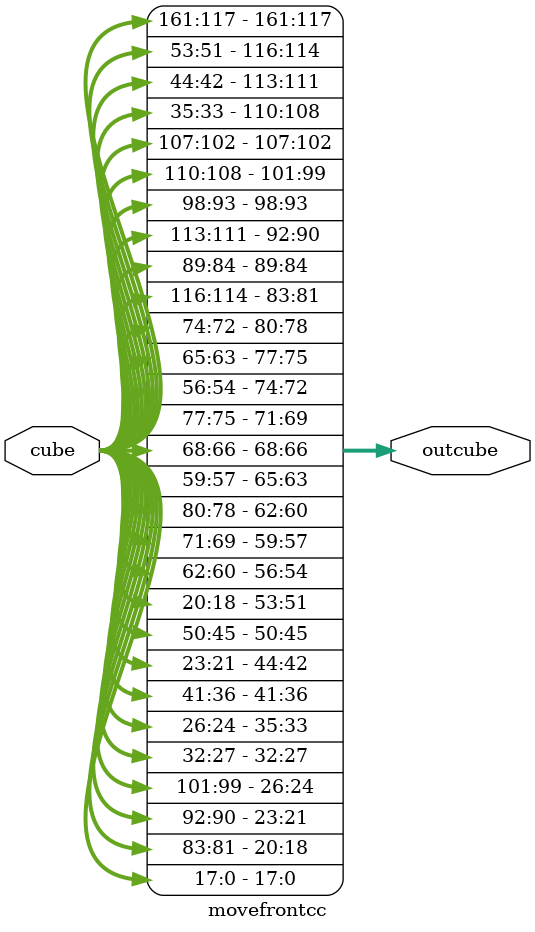
<source format=v>
/*module rubikscube(SW,KEY,CLOCK_50,cubestate,modifiedcube);
input [3:0]SW;
input CLOCK_50;
input [1:0]KEY;
wire [161:0] cubestate;
wire [161:0] modifiedcube;

registercube rc1(cubestate,modifiedcube,CLOCK_50,KEY[0]);
controller c1(cubestate,modifiedcube,KEY[1],SW[3:0]);

endmodule*/

module registercube(q,d,clock,enable,reset);
	input [161:0]d;
	input clock,reset,enable;
	output reg [161:0]q;
	always@(posedge clock)
		begin
		if(reset==1)
			begin
			q[26:0]<= 27'b110110110110110110110110110;
			q[53:27]<= 27'b101101101101101101101101101;
			q[80:54]<= 27'b001001001001001001001001001;
			q[107:81]<= 27'b100100100100100100100100100;
			q[134:108]<= 27'b111111111111111111111111111;
			q[161:135]<= 27'b010010010010010010010010010;
			end
		else if(enable==1)
			q<=d;
		end
endmodule
	
module controller(cube,cubeout,domove,typeofmove);
	input [161:0]cube;
	output reg [161:0]cubeout;
	input domove;
	input [3:0]typeofmove;
	wire [161:0]topc,topcc,botc,botcc,leftc,leftcc,rightc,rightcc,backc,backcc,frontc,frontcc;
	
	//CHRIS
	movetopc m0(cube,topc);
	movetopcc m1(cube,topcc);
	movebotc m2(cube,botc);
	movebotcc m3(cube,botcc);
	moveleftc m4(cube,leftc);
	moveleftcc m5(cube,leftcc);
	//RAYAN
	moverightc m6(cube,rightc);
	moverightcc m7(cube,rightcc);
	movebackc m8(cube,backc);
	movebackcc m9(cube,backcc);
	movefrontc m10(cube,frontc);
	movefrontcc m11(cube,frontcc);
	
	always@(posedge domove)
	case(typeofmove)
	4'b0001:cubeout=topc;
	4'b0010:cubeout=topcc;
	4'b0011:cubeout=botc;
	4'b0100:cubeout=botcc;
	4'b0101:cubeout=leftc;
	4'b0110:cubeout=leftcc;
	4'b0111:cubeout=rightc;
	4'b1000:cubeout=rightcc;
	4'b1001:cubeout=backc;
	4'b1010:cubeout=backcc;
	4'b1011:cubeout=frontc;
	4'b1100:cubeout=frontcc;
	default:cubeout=cube;
	endcase
endmodule

//////////////////////////////////////////////////////////////////////
module movetopc(cube,topc);
input [161:0]cube;
output reg [161:0]topc;

always@(cube)
begin
	//top face
	topc[2:0]<=cube[20:18];
	topc[5:3]<=cube[11:9];
	topc[8:6]<=cube[2:0];
	topc[11:9]<=cube[23:21];
	topc[14:12]<=cube[14:12];
	topc[17:15]<=cube[5:3];
	topc[20:18]<=cube[26:24];
	topc[23:21]<=cube[17:15];
	topc[26:24]<=cube[8:6];

	//top row
	topc[35:27]<=cube[62:54];
	topc[62:54]<=cube[89:81];
	//topc[89:81]<=cube[143:135];
	topc[83:81]<=cube[161:159];
	topc[86:84]<=cube[158:156];
	topc[89:87]<=cube[155:153];
	//topc[143:135]<=cube[35:27];
	topc[161:159]<=cube[29:27];
	topc[158:156]<=cube[32:30];
	topc[155:153]<=cube[35:33];

	//rest of cube the same
	topc[53:36]<=cube[53:36];
	topc[80:63]<=cube[80:63];
	topc[107:90]<=cube[107:90];
	topc[134:108]<=cube[134:108];
	//topc[161:144]<=cube[161:144];
	topc[152:135]<=cube[152:135];
end
endmodule

/////////////////////////////////////////////////////////////////////////////
module movetopcc(cube,topcc);
input [161:0]cube;
output reg [161:0]topcc;

always@(cube)
begin
	//top face
	topcc[2:0]<=cube[8:6];
	topcc[5:3]<=cube[17:15];
	topcc[8:6]<=cube[26:24];
	topcc[11:9]<=cube[5:3];
	topcc[14:12]<=cube[14:12];
	topcc[17:15]<=cube[23:21];
	topcc[20:18]<=cube[2:0];
	topcc[23:21]<=cube[11:9];
	topcc[26:24]<=cube[20:18];

	//top row
	topcc[62:54]<=cube[35:27];
	topcc[89:81]<=cube[62:54];
	//topcc[62:54]<=cube[35:27];
	topcc[29:27]<=cube[161:159];
	topcc[32:30]<=cube[158:156];
	topcc[35:33]<=cube[155:153];
	//topcc[143:135]<=cube[89:81];
	topcc[161:159]<=cube[83:81];
	topcc[158:156]<=cube[86:84];
	topcc[155:153]<=cube[89:87];

	//rest of cube the same
	topcc[53:36]<=cube[53:36];
	topcc[80:63]<=cube[80:63];
	topcc[107:90]<=cube[107:90];
	topcc[134:108]<=cube[134:108];
	//topcc[161:144]<=cube[161:144];
	topcc[152:135]<=cube[152:135];
end
endmodule

/////////////////////////////////////////////////////////////////////////////
module movebotc(cube,botc);
input [161:0]cube;
output reg [161:0]botc;

always@(cube)
begin
	//bottom face
	botc[110:108]<=cube[128:126];
	botc[113:111]<=cube[119:117];
	botc[116:114]<=cube[110:108];
	botc[119:117]<=cube[131:129];
	botc[122:120]<=cube[122:120];
	botc[125:123]<=cube[113:111];
	botc[128:126]<=cube[134:132];
	botc[131:129]<=cube[125:123];
	botc[134:132]<=cube[116:114];

	//bottom row
	//botc[53:45]<=cube[143:137];
	botc[47:45]<=cube[143:141];
	botc[50:48]<=cube[140:138];
	botc[53:51]<=cube[137:135];
	botc[80:72]<=cube[53:45];
	botc[107:99]<=cube[80:72];
	//botc[101:99]<=cube[143:141];
	//botc[104:102]<=cube[140:138];
	//botc[107:105]<=cube[137:135];
	//botc[161:153]<=cube[107:99];
	botc[143:141]<=cube[101:99];
	botc[140:138]<=cube[104:102];
	botc[137:135]<=cube[107:105];

	//rest of cube the same
	botc[26:0]<=cube[26:0];
	botc[44:27]<=cube[44:27];
	botc[71:54]<=cube[71:54];
	botc[98:81]<=cube[98:81];
	//botc[152:135]<=cube[152:135];
   botc[161:144]<=cube[161:144];	
end
endmodule

///////////////////////////////////////////////////////////////////////////

module movebotcc(cube,botcc);
input [161:0]cube;
output reg [161:0]botcc;

always@(cube)
begin
	//bottom face
	botcc[110:108]<=cube[116:114];
	botcc[113:111]<=cube[125:123];
	botcc[116:114]<=cube[134:132];
	botcc[119:117]<=cube[113:111];
	botcc[122:120]<=cube[122:120];
	botcc[125:123]<=cube[131:129];
	botcc[128:126]<=cube[110:108];
	botcc[131:129]<=cube[119:117];
	botcc[134:132]<=cube[128:126];

	//bottom row
	botcc[53:45]<=cube[80:72];
	botcc[80:72]<=cube[107:99];
	//botcc[107:99]<=cube[161:153];
	botcc[101:99]<=cube[143:141];
	botcc[104:102]<=cube[140:138];
	botcc[107:105]<=cube[137:135];
	//botcc[161:153]<=cube[53:45];
	botcc[143:141]<=cube[47:45];
	botcc[140:138]<=cube[50:48];
	botcc[137:135]<=cube[53:51];	

	//rest of cube the same
	botcc[26:0]<=cube[26:0];
	botcc[44:27]<=cube[44:27];
	botcc[71:54]<=cube[71:54];
	botcc[98:81]<=cube[98:81];
	//botcc[152:135]<=cube[152:135];
	botcc[161:144]<=cube[161:144];	
end
endmodule
///////////////////////////////////////////////////////////////////////////
module moveleftc(cube,leftc);
input [161:0]cube;
output reg [161:0]leftc;

always@(cube)
begin
	//left face
	leftc[29:27]<=cube[47:45];
	leftc[32:30]<=cube[38:36];
	leftc[35:33]<=cube[29:27];
	leftc[38:36]<=cube[50:48];
	leftc[41:39]<=cube[41:39];
	leftc[44:42]<=cube[32:30];
	leftc[47:45]<=cube[53:51];
	leftc[50:48]<=cube[44:42];
	leftc[53:51]<=cube[35:33];

	//left collumn
	leftc[2:0]<=cube[137:135];
	leftc[11:9]<=cube[146:144];
	leftc[20:18]<=cube[155:153];
	leftc[56:54]<=cube[2:0];
	leftc[65:63]<=cube[11:9];
	leftc[74:72]<=cube[20:18];
	leftc[110:108]<=cube[56:54];
	leftc[119:117]<=cube[65:63];
	leftc[128:126]<=cube[74:72];
	leftc[137:135]<=cube[110:108];
	leftc[146:144]<=cube[119:117];
	leftc[155:153]<=cube[128:126];

	//rest of cube the same
	leftc[8:3]<=cube[8:3];
	leftc[17:12]<=cube[17:12];
	leftc[26:21]<=cube[26:21];
	leftc[62:57]<=cube[62:57];
	leftc[71:66]<=cube[71:66];
	leftc[80:75]<=cube[80:75];
	leftc[116:111]<=cube[116:111];
	leftc[125:120]<=cube[125:120];
	leftc[134:129]<=cube[134:129];
	leftc[143:138]<=cube[143:138];
	leftc[152:147]<=cube[152:147];
	leftc[161:156]<=cube[161:156];
	leftc[107:81]<=cube[107:81];
end
endmodule

///////////////////////////////////////////////////////////////////////
module moveleftcc(cube,leftcc);
input [161:0]cube;
output reg [161:0]leftcc;

always@(cube)
begin
	//left face
	leftcc[29:27]<=cube[35:33];
	leftcc[32:30]<=cube[44:42];
	leftcc[35:33]<=cube[53:51];
	leftcc[38:36]<=cube[32:30];
	leftcc[41:39]<=cube[41:39];
	leftcc[44:42]<=cube[50:48];
	leftcc[47:45]<=cube[29:27];
	leftcc[50:48]<=cube[38:36];
	leftcc[53:51]<=cube[47:45];

	//left collumn
	leftcc[2:0]<=cube[56:54];
	leftcc[11:9]<=cube[65:63];
	leftcc[20:18]<=cube[74:72];
	leftcc[56:54]<=cube[110:108];
	leftcc[65:63]<=cube[119:117];
	leftcc[74:72]<=cube[128:126];
	leftcc[110:108]<=cube[137:135];
	leftcc[119:117]<=cube[146:144];
	leftcc[128:126]<=cube[155:153];
	leftcc[137:135]<=cube[2:0];
	leftcc[146:144]<=cube[11:9];
	leftcc[155:153]<=cube[20:18];

	//rest of cube the same
	leftcc[8:3]<=cube[8:3];
	leftcc[17:12]<=cube[17:12];
	leftcc[26:21]<=cube[26:21];
	leftcc[62:57]<=cube[62:57];
	leftcc[71:66]<=cube[71:66];
	leftcc[80:75]<=cube[80:75];
	leftcc[116:111]<=cube[116:111];
	leftcc[125:120]<=cube[125:120];
	leftcc[134:129]<=cube[134:129];
	leftcc[143:138]<=cube[143:138];
	leftcc[152:147]<=cube[152:147];
	leftcc[161:156]<=cube[161:156];
	leftcc[107:81]<=cube[107:81];
end
endmodule

//RAYAN 

//RIGHT COUNTER CLOCKWISE
module moverightcc(cube, outcube);
	input [161:0] cube;
	output reg [161:0] outcube;
	always@(cube)
	begin
		//STUFF THAT STAYS THE SAME
		//Top
		outcube [5:0] <= cube[5:0];
		outcube [14:9] <= cube[14:9];
		outcube [23:18] <= cube[23:18];
		//Front
		outcube [59:54] <= cube[59:54];
		outcube [68:63] <= cube[68:63];
		outcube [77:72] <= cube[77:72] ;
		//Bot
		outcube [113:108] <= cube[113:108];
		outcube [122:117] <= cube[122:117];
		outcube [131:126] <= cube[131:126];
		//back
		outcube [140:135] <= cube[140:135];
		outcube [149:144] <= cube[149:144];
		outcube [158:153] <= cube[158:153];
		//Left
		outcube [53:27] <= cube[53:27];
		//MIDDLE BIT OF RIGHTFACE
		outcube [95:93] <= cube[95:93];
		
		//Stuff that Changes
		//EDGE
		//top -> front
		outcube[62:60] <= cube[8:6];
		outcube[71:69] <= cube[17:15];
		outcube[80:78] <= cube[26:24];
		//front -> bot
		outcube[116:114] <= cube[62:60];
		outcube[125:123] <= cube[71:69];
		outcube[134:132] <= cube[80:78];
		//bot -> back
		outcube[143:141] <= cube[116:114];
		outcube[152:150] <= cube[125:123];
		outcube[161:159] <= cube[134:132];
		//back -> top
		outcube[8:6] <= cube[143:141];
		outcube[17:15] <= cube[152:150];
		outcube[26:24] <= cube[161:159];
		
		//FACE:RIGHT
		//107 - 81
		outcube[107:105] <= cube[101:99];
		outcube[104:102] <= cube[92:90];
		outcube[101:99] <= cube[83:81];
		outcube[98:96] <= cube[104:102];
		outcube[92:90] <= cube[86:84];
		outcube[89:87] <= cube[107:105];
		outcube[86:84] <= cube[98:96];
		outcube[83:81] <= cube[89:87];
	end

endmodule

//RIGHT  CLOCK WISE
module moverightc(cube, outcube);
	input [161:0] cube;
	output reg [161:0] outcube;
	//STUFF THAT STAYS THE SAME
	always @(cube)
	begin
		//Top
		outcube [5:0] <= cube[5:0];
		outcube [14:9] <= cube[14:9];
		outcube [23:18] <= cube[23:18];
		//Front
		outcube [59:54] <= cube[59:54];
		outcube [68:63] <= cube[68:63];
		outcube [77:72] <= cube[77:72] ;
		//Bot
		outcube [113:108] <= cube[113:108];
		outcube [122:117] <= cube[122:117];
		outcube [131:126] <= cube[131:126];
		//back
		outcube [140:135] <= cube[140:135];
		outcube [149:144] <= cube[149:144];
		outcube [158:153] <= cube[158:153];
		//Left
		outcube [53:27] <= cube[53:27];
		//MIDDLE BIT OF RIGHTFACE
		outcube [95:93] <= cube[95:93];

		//STUFF THAT CHANGES
		//EDGE
		//TOP -> BACK
		outcube[143:141] <= cube[8:6];
		outcube[152:150] <= cube[17:15];
		outcube[161:159] <= cube[26:24];
		//BACK -> BOT
		outcube[116:114] <= cube[143:141];
		outcube[125:123] <= cube[152:150];
		outcube[134:132] <= cube[161:159];
		//BOT -> FRONT
		outcube[62:60] <= cube[116:114];
		outcube[71:69] <= cube[125:123];
		outcube[80:78] <= cube[134:132];
		//FRONT -> TOP
		outcube[8:6] <= cube[62:60];
		outcube[17:15] <= cube[71:69];
		outcube[26:24] <= cube[80:78];
		//FACE:RIGHT 107 - 81
		outcube[107:105] <= cube[89:87];
		outcube[104:102] <= cube[98:96];
		outcube[101:99] <= cube[107:105];
		outcube[98:96] <= cube[86:84];
		outcube[92:90] <= cube[104:102];
		outcube[89:87] <= cube[83:81];
		outcube[86:84] <= cube[92:90];
		outcube[83:81] <= cube[101:99];
	end
endmodule

//BACK COUNTER CLOCKWISE
module movebackcc(cube, outcube);
input [161:0] cube;
	output reg [161:0] outcube;
	//STUFF THAT STAYS THE SAME
	always @(cube)
	begin

		//WHAT STAY SAME
		//FRONT
		outcube [80:54] <= cube [80:54];
		//LEFT
		outcube [35:30] <= cube [35:30];
		outcube [44:39] <= cube [44:39];
		outcube [53:48] <= cube [53:48];
		//RIGHT
		outcube [86:81] <= cube [86:81];
		outcube [95:90] <= cube [95:90];
		outcube [104:99] <= cube [104:99];
		//TOP
		outcube [26:9] <= cube [26:9];
		//BOT
		outcube [125:108] <= cube [125:108];
		//MID BACK
		outcube [149:147] <= cube [149:147];

		//WHAT CHANGES 
		// top -> Right
		outcube [89:87] <= cube [2:0];
		outcube [98:96] <= cube [5:3];
		outcube [107:105] <= cube [8:6];
		//left -> top
		outcube [2:0] <= cube [47:45];
		outcube [5:3] <= cube [38:36];
		outcube [8:6] <= cube [29:27];
		//bot -> left
		outcube [47:45] <= cube [134:132];
		outcube [38:36] <= cube [131:129];
		outcube [29:27] <= cube [128:126];
		//right -> bot 
		outcube [134:132] <= cube [89:87];
		outcube [131:129] <= cube [98:96];
		outcube [128:126] <= cube [107:105];
		
		//BACK FACE 161 -135 X 149 - 147 X
		outcube [161:159] <= cube [155:153];
		outcube [158:156] <= cube [146:144];
		outcube [155:153] <= cube [137:135];
		outcube [152:150] <= cube [158:156];
		outcube [146:144] <= cube [140:138];
		outcube [143:141] <= cube [161:159];
		outcube [140:138] <= cube [152:150];
		outcube [137:135] <= cube [143:141];
	end

endmodule

//BACK  CLOCK WISE
module movebackc(cube, outcube);
	input [161:0] cube;
	output reg [161:0] outcube;
	//STUFF THAT STAYS THE SAME
	always @(cube)
	begin

		//WHAT STAY SAME
		//FRONT
		outcube [80:54] <= cube [80:54];
		//LEFT
		outcube [35:30] <= cube [35:30];
		outcube [44:39] <= cube [44:39];
		outcube [53:48] <= cube [53:48];
		//RIGHT
		outcube [86:81] <= cube [86:81];
		outcube [95:90] <= cube [95:90];
		outcube [104:99] <= cube [104:99];
		//TOP
		outcube [26:9] <= cube [26:9];
		//BOT
		outcube [125:108] <= cube [125:108];
		//MID BACK
		outcube [149:147] <= cube [149:147];
		
		//WHAT CHANGES
		//Right -> top
		outcube [2:0] <= cube [89:87];
		outcube [5:3] <= cube [98:96];
		outcube [8:6] <= cube [107:105];
		//top -> left
		outcube [47:45] <= cube [2:0];
		outcube [38:36] <= cube [5:3];
		outcube [29:27] <= cube [8:6];
		//left -> bot
		outcube [134:132] <= cube [47:45];
		outcube [131:129] <= cube [38:36];
		outcube [128:126] <= cube [29:27];
		//bot -> right
		outcube [89:87] <= cube [134:132];
		outcube [98:96] <= cube [131:129];
		outcube [107:105] <= cube [128:126];
		
		//BACKFACE 
		outcube [143:141] <= cube [137:135];
		outcube [140:138] <= cube [146:144];
		outcube [137:135] <= cube [155:153];
		outcube [152:150] <= cube [140:138];
		outcube [146:144] <= cube [158:156];
		outcube [161:159] <= cube [143:141];
		outcube [158:156] <= cube [152:150];
		outcube [155:153] <= cube [161:159];

	end
endmodule
//FRONT CLOCKWISE

module movefrontc(cube, outcube);
	
	input [161:0] cube;
	output reg [161:0] outcube;
	//STUFF THAT STAYS THE SAME
	always @(cube)
	begin
	//STUFF  THAT STAYS THE SAME
	//BACK FACE
	outcube[161:135] <= cube[161:135];
	//LEFT
	outcube[32:27] <= cube[32:27];
	outcube[41:36] <= cube[41:36];
	outcube[50:45] <= cube[50:45];
	//RIGHT
	outcube[89:84] <= cube[89:84];
	outcube[98:93] <= cube[98:93];
	outcube[107:102] <= cube[107:102];
	//TOP
	outcube[17:0] <= cube[17:0];
	//BOT
	outcube[134:117] <= cube[134:117];
	//MIDDLE FRONT
	outcube[68:66] <= cube [68:66];

	//WHAT CHANGES
	//FRONT FACE
	outcube[56:54] <= cube [74:72];
	outcube[59:57] <= cube [65:63];
	outcube[62:60] <= cube [56:54];
	outcube[71:69] <= cube [59:57];
	outcube[65:63] <= cube [77:75];
	outcube[80:78] <= cube [62:60];
	outcube[77:75] <= cube [71:69];
	outcube[74:72] <= cube [80:78];

	//EDGE
	//NEW TOP
	outcube[20:18] <= cube[53:51];
	outcube[23:21] <= cube[44:42];
	outcube[26:24] <= cube[35:33];
	//NEW RIGHT
	outcube[83:81] <= cube[20:18];
	outcube[92:90] <= cube[23:21];
	outcube[101:99] <= cube[26:24];
	//NEW BOT
	outcube[116:114] <= cube[83:81];
	outcube[113:111] <= cube[92:90];
	outcube[110:108] <= cube[101:99];
	//NEW LEFT
	outcube[35:33] <= cube[110:108];
	outcube[44:42] <= cube[113:111];
	outcube[53:51] <= cube[116:114];



	end

endmodule



//FRONT COUNTER CLOCK WISE
module movefrontcc(cube, outcube);
	
	input [161:0] cube;
	output reg [161:0] outcube;
	//STUFF THAT STAYS THE SAME
	always @(cube)
	begin
	//STUFF  THAT STAYS THE SAME
	//BACK FACE
	outcube[161:135] <= cube[161:135];
	//LEFT
	outcube[32:27] <= cube[32:27];
	outcube[41:36] <= cube[41:36];
	outcube[50:45] <= cube[50:45];
	//RIGHT
	outcube[89:84] <= cube[89:84];
	outcube[98:93] <= cube[98:93];
	outcube[107:102] <= cube[107:102];
	//TOP
	outcube[17:0] <= cube[17:0];
	//BOT
	outcube[134:117] <= cube[134:117];
	//MIDDLE FRONT
	outcube[68:66] <= cube [68:66];

	//WHAT CHANGES
	//FRONT FACE
	outcube[56:54] <= cube [62:60];
	outcube[59:57] <= cube [71:69];
	outcube[62:60] <= cube [80:78];
	outcube[71:69] <= cube [77:75];
	outcube[65:63] <= cube [59:57];
	outcube[80:78] <= cube [74:72];
	outcube[77:75] <= cube [65:63];
	outcube[74:72] <= cube [56:54];

	//EDGES
	//NEW TOP
	outcube[20:18] <= cube[83:81];
	outcube[23:21] <= cube[92:90];
	outcube[26:24] <= cube[101:99];
	//NEW RIGHT
	outcube[83:81] <= cube[116:114];
	outcube[92:90] <= cube[113:111];
	outcube[101:99] <= cube[110:108];
	//NEW BOT
	outcube[116:114] <= cube[53:51];
	outcube[113:111] <= cube[44:42];
	outcube[110:108] <= cube[35:33];
	//NEW LEFT
	outcube[35:33] <= cube[26:24];
	outcube[44:42] <= cube[23:21];
	outcube[53:51] <= cube[20:18];


	end

endmodule
</source>
